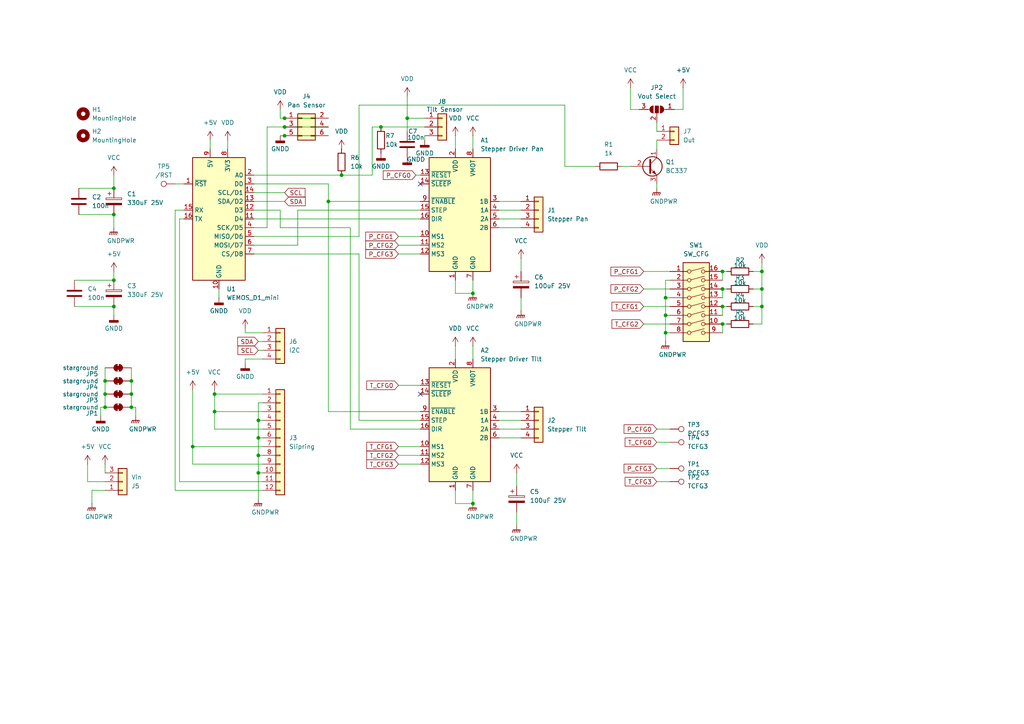
<source format=kicad_sch>
(kicad_sch (version 20231120) (generator "eeschema") (generator_version "8.0")
  (paper "A4")
  (lib_symbols
    (symbol "Connector:TestPoint" (pin_numbers hide) (pin_names (offset 0.762) hide)
      (property "Reference" "TP" (at 0 6.858 0))
      (property "Value" "TestPoint" (at 0 5.08 0))
      (symbol "TestPoint_1_1"
        (pin passive line (at 0 0 90) (length 2.54) (name "1") (number "1"))
      )
    )
    (symbol "Connector_Generic:Conn_01x02" (pin_names (offset 1.016) hide)
      (property "Reference" "J" (at 0 2.54 0))
      (property "Value" "Conn_01x02" (at 0 -5.08 0))
      (symbol "Conn_01x02_1_1"
        (pin passive line (at -5.08 0 0) (length 3.81) (name "Pin_1") (number "1"))
        (pin passive line (at -5.08 -2.54 0) (length 3.81) (name "Pin_2") (number "2"))
      )
    )
    (symbol "Connector_Generic:Conn_01x03" (pin_names (offset 1.016) hide)
      (property "Reference" "J" (at 0 5.08 0))
      (property "Value" "Conn_01x03" (at 0 -5.08 0))
      (symbol "Conn_01x03_1_1"
        (pin passive line (at -5.08 2.54 0) (length 3.81) (name "Pin_1") (number "1"))
        (pin passive line (at -5.08 0 0) (length 3.81) (name "Pin_2") (number "2"))
        (pin passive line (at -5.08 -2.54 0) (length 3.81) (name "Pin_3") (number "3"))
      )
    )
    (symbol "Connector_Generic:Conn_01x04" (pin_names (offset 1.016) hide)
      (property "Reference" "J" (at 0 5.08 0))
      (property "Value" "Conn_01x04" (at 0 -7.62 0))
      (symbol "Conn_01x04_1_1"
        (pin passive line (at -5.08 2.54 0) (length 3.81) (name "Pin_1") (number "1"))
        (pin passive line (at -5.08 0 0) (length 3.81) (name "Pin_2") (number "2"))
        (pin passive line (at -5.08 -2.54 0) (length 3.81) (name "Pin_3") (number "3"))
        (pin passive line (at -5.08 -5.08 0) (length 3.81) (name "Pin_4") (number "4"))
      )
    )
    (symbol "Connector_Generic:Conn_01x12" (pin_names (offset 1.016) hide)
      (property "Reference" "J" (at 0 15.24 0))
      (property "Value" "Conn_01x12" (at 0 -17.78 0))
      (symbol "Conn_01x12_1_1"
        (pin passive line (at -5.08 12.7 0) (length 3.81) (name "Pin_1") (number "1"))
        (pin passive line (at -5.08 -10.16 0) (length 3.81) (name "Pin_10") (number "10"))
        (pin passive line (at -5.08 -12.7 0) (length 3.81) (name "Pin_11") (number "11"))
        (pin passive line (at -5.08 -15.24 0) (length 3.81) (name "Pin_12") (number "12"))
        (pin passive line (at -5.08 10.16 0) (length 3.81) (name "Pin_2") (number "2"))
        (pin passive line (at -5.08 7.62 0) (length 3.81) (name "Pin_3") (number "3"))
        (pin passive line (at -5.08 5.08 0) (length 3.81) (name "Pin_4") (number "4"))
        (pin passive line (at -5.08 2.54 0) (length 3.81) (name "Pin_5") (number "5"))
        (pin passive line (at -5.08 0 0) (length 3.81) (name "Pin_6") (number "6"))
        (pin passive line (at -5.08 -2.54 0) (length 3.81) (name "Pin_7") (number "7"))
        (pin passive line (at -5.08 -5.08 0) (length 3.81) (name "Pin_8") (number "8"))
        (pin passive line (at -5.08 -7.62 0) (length 3.81) (name "Pin_9") (number "9"))
      )
    )
    (symbol "Connector_Generic:Conn_02x03_Odd_Even" (pin_names (offset 1.016) hide)
      (property "Reference" "J" (at 1.27 5.08 0))
      (property "Value" "Conn_02x03_Odd_Even" (at 1.27 -5.08 0))
      (symbol "Conn_02x03_Odd_Even_1_1"
        (pin passive line (at -5.08 2.54 0) (length 3.81) (name "Pin_1") (number "1"))
        (pin passive line (at 7.62 2.54 180) (length 3.81) (name "Pin_2") (number "2"))
        (pin passive line (at -5.08 0 0) (length 3.81) (name "Pin_3") (number "3"))
        (pin passive line (at 7.62 0 180) (length 3.81) (name "Pin_4") (number "4"))
        (pin passive line (at -5.08 -2.54 0) (length 3.81) (name "Pin_5") (number "5"))
        (pin passive line (at 7.62 -2.54 180) (length 3.81) (name "Pin_6") (number "6"))
      )
    )
    (symbol "Device:C" (pin_numbers hide) (pin_names (offset 0.254))
      (property "Reference" "C" (at 0.635 2.54 0))
      (property "Value" "C" (at 0.635 -2.54 0))
      (symbol "C_1_1"
        (pin passive line (at 0 3.81 270) (length 2.794) (name "~") (number "1"))
        (pin passive line (at 0 -3.81 90) (length 2.794) (name "~") (number "2"))
      )
    )
    (symbol "Device:C_Polarized" (pin_numbers hide) (pin_names (offset 0.254))
      (property "Reference" "C" (at 0.635 2.54 0))
      (property "Value" "C_Polarized" (at 0.635 -2.54 0))
      (symbol "C_Polarized_1_1"
        (pin passive line (at 0 3.81 270) (length 2.794) (name "~") (number "1"))
        (pin passive line (at 0 -3.81 90) (length 2.794) (name "~") (number "2"))
      )
    )
    (symbol "Device:R" (pin_numbers hide) (pin_names (offset 0))
      (property "Reference" "R" (at 2.032 0 90))
      (property "Value" "R" (at 0 0 90))
      (symbol "R_1_1"
        (pin passive line (at 0 3.81 270) (length 1.27) (name "~") (number "1"))
        (pin passive line (at 0 -3.81 90) (length 1.27) (name "~") (number "2"))
      )
    )
    (symbol "Driver_Motor:Pololu_Breakout_A4988"
      (property "Reference" "A" (at -2.54 19.05 0))
      (property "Value" "Pololu_Breakout_A4988" (at -2.54 16.51 0))
      (symbol "Pololu_Breakout_A4988_1_1"
        (pin power_in line (at 0 -20.32 90) (length 2.54) (name "GND") (number "1"))
        (pin input line (at -10.16 -7.62 0) (length 2.54) (name "MS1") (number "10"))
        (pin input line (at -10.16 -10.16 0) (length 2.54) (name "MS2") (number "11"))
        (pin input line (at -10.16 -12.7 0) (length 2.54) (name "MS3") (number "12"))
        (pin input line (at -10.16 10.16 0) (length 2.54) (name "~{RESET}") (number "13"))
        (pin input line (at -10.16 7.62 0) (length 2.54) (name "~{SLEEP}") (number "14"))
        (pin input line (at -10.16 0 0) (length 2.54) (name "STEP") (number "15"))
        (pin input line (at -10.16 -2.54 0) (length 2.54) (name "DIR") (number "16"))
        (pin power_in line (at 0 17.78 270) (length 2.54) (name "VDD") (number "2"))
        (pin output line (at 12.7 2.54 180) (length 2.54) (name "1B") (number "3"))
        (pin output line (at 12.7 0 180) (length 2.54) (name "1A") (number "4"))
        (pin output line (at 12.7 -2.54 180) (length 2.54) (name "2A") (number "5"))
        (pin output line (at 12.7 -5.08 180) (length 2.54) (name "2B") (number "6"))
        (pin power_in line (at 5.08 -20.32 90) (length 2.54) (name "GND") (number "7"))
        (pin power_in line (at 5.08 17.78 270) (length 2.54) (name "VMOT") (number "8"))
        (pin input line (at -10.16 2.54 0) (length 2.54) (name "~{ENABLE}") (number "9"))
      )
    )
    (symbol "Jumper:SolderJumper_2_Bridged" (pin_numbers hide) (pin_names (offset 0) hide) (exclude_from_sim yes) (in_bom no)
      (property "Reference" "JP" (at 0 2.032 0))
      (property "Value" "SolderJumper_2_Bridged" (at 0 -2.54 0))
      (symbol "SolderJumper_2_Bridged_1_1"
        (pin passive line (at -3.81 0 0) (length 2.54) (name "A") (number "1"))
        (pin passive line (at 3.81 0 180) (length 2.54) (name "B") (number "2"))
      )
    )
    (symbol "Jumper:SolderJumper_3_Open" (pin_names (offset 0) hide) (exclude_from_sim yes) (in_bom no)
      (property "Reference" "JP" (at -2.54 -2.54 0))
      (property "Value" "SolderJumper_3_Open" (at 0 2.794 0))
      (symbol "SolderJumper_3_Open_1_1"
        (pin passive line (at -5.08 0 0) (length 2.54) (name "A") (number "1"))
        (pin passive line (at 0 -3.81 90) (length 2.54) (name "C") (number "2"))
        (pin passive line (at 5.08 0 180) (length 2.54) (name "B") (number "3"))
      )
    )
    (symbol "Mechanical:MountingHole" (pin_names (offset 1.016)) (exclude_from_sim yes) (in_bom no)
      (property "Reference" "H" (at 0 5.08 0))
      (property "Value" "MountingHole" (at 0 3.175 0))
    )
    (symbol "RF_Module:WEMOS_D1_mini"
      (property "Reference" "U" (at 3.81 19.05 0))
      (property "Value" "WEMOS_D1_mini" (at 1.27 -19.05 0))
      (symbol "WEMOS_D1_mini_1_1"
        (pin input line (at -10.16 10.16 0) (length 2.54) (name "~{RST}") (number "1"))
        (pin power_in line (at 0 -20.32 90) (length 2.54) (name "GND") (number "10"))
        (pin bidirectional line (at 10.16 0 180) (length 2.54) (name "D4") (number "11"))
        (pin bidirectional line (at 10.16 2.54 180) (length 2.54) (name "D3") (number "12"))
        (pin bidirectional line (at 10.16 5.08 180) (length 2.54) (name "SDA/D2") (number "13"))
        (pin bidirectional line (at 10.16 7.62 180) (length 2.54) (name "SCL/D1") (number "14"))
        (pin input line (at -10.16 2.54 0) (length 2.54) (name "RX") (number "15"))
        (pin output line (at -10.16 0 0) (length 2.54) (name "TX") (number "16"))
        (pin input line (at 10.16 12.7 180) (length 2.54) (name "A0") (number "2"))
        (pin bidirectional line (at 10.16 10.16 180) (length 2.54) (name "D0") (number "3"))
        (pin bidirectional line (at 10.16 -2.54 180) (length 2.54) (name "SCK/D5") (number "4"))
        (pin bidirectional line (at 10.16 -5.08 180) (length 2.54) (name "MISO/D6") (number "5"))
        (pin bidirectional line (at 10.16 -7.62 180) (length 2.54) (name "MOSI/D7") (number "6"))
        (pin bidirectional line (at 10.16 -10.16 180) (length 2.54) (name "CS/D8") (number "7"))
        (pin power_out line (at 2.54 20.32 270) (length 2.54) (name "3V3") (number "8"))
        (pin power_in line (at -2.54 20.32 270) (length 2.54) (name "5V") (number "9"))
      )
    )
    (symbol "Switch:SW_DIP_x08" (pin_names (offset 0) hide)
      (property "Reference" "SW" (at 0 13.97 0))
      (property "Value" "SW_DIP_x08" (at 0 -11.43 0))
      (symbol "SW_DIP_x08_1_1"
        (pin passive line (at -7.62 10.16 0) (length 5.08) (name "~") (number "1"))
        (pin passive line (at 7.62 -5.08 180) (length 5.08) (name "~") (number "10"))
        (pin passive line (at 7.62 -2.54 180) (length 5.08) (name "~") (number "11"))
        (pin passive line (at 7.62 0 180) (length 5.08) (name "~") (number "12"))
        (pin passive line (at 7.62 2.54 180) (length 5.08) (name "~") (number "13"))
        (pin passive line (at 7.62 5.08 180) (length 5.08) (name "~") (number "14"))
        (pin passive line (at 7.62 7.62 180) (length 5.08) (name "~") (number "15"))
        (pin passive line (at 7.62 10.16 180) (length 5.08) (name "~") (number "16"))
        (pin passive line (at -7.62 7.62 0) (length 5.08) (name "~") (number "2"))
        (pin passive line (at -7.62 5.08 0) (length 5.08) (name "~") (number "3"))
        (pin passive line (at -7.62 2.54 0) (length 5.08) (name "~") (number "4"))
        (pin passive line (at -7.62 0 0) (length 5.08) (name "~") (number "5"))
        (pin passive line (at -7.62 -2.54 0) (length 5.08) (name "~") (number "6"))
        (pin passive line (at -7.62 -5.08 0) (length 5.08) (name "~") (number "7"))
        (pin passive line (at -7.62 -7.62 0) (length 5.08) (name "~") (number "8"))
        (pin passive line (at 7.62 -7.62 180) (length 5.08) (name "~") (number "9"))
      )
    )
    (symbol "Transistor_BJT:BC337" (pin_names (offset 0) hide)
      (property "Reference" "Q" (at 5.08 1.905 0))
      (property "Value" "BC337" (at 5.08 0 0))
      (symbol "BC337_1_1"
        (pin passive line (at 2.54 5.08 270) (length 2.54) (name "C") (number "1"))
        (pin input line (at -5.08 0 0) (length 5.08) (name "B") (number "2"))
        (pin passive line (at 2.54 -5.08 90) (length 2.54) (name "E") (number "3"))
      )
    )
    (symbol "power:+5V" (power) (pin_numbers hide) (pin_names (offset 0) hide)
      (property "Value" "+5V" (at 0 3.556 0))
      (symbol "+5V_1_1"
        (pin power_in line (at 0 0 90) (length 0) (name "~") (number "1"))
      )
    )
    (symbol "power:GNDD" (power) (pin_numbers hide) (pin_names (offset 0) hide)
      (property "Value" "GNDD" (at 0 -3.175 0))
      (symbol "GNDD_1_1"
        (pin power_in line (at 0 0 270) (length 0) (name "~") (number "1"))
      )
    )
    (symbol "power:GNDPWR" (power) (pin_numbers hide) (pin_names (offset 0) hide)
      (property "Value" "GNDPWR" (at 0 -3.302 0))
      (symbol "GNDPWR_1_1"
        (pin power_in line (at 0 0 270) (length 0) (name "~") (number "1"))
      )
    )
    (symbol "power:VCC" (power) (pin_numbers hide) (pin_names (offset 0) hide)
      (property "Value" "VCC" (at 0 3.556 0))
      (symbol "VCC_1_1"
        (pin power_in line (at 0 0 90) (length 0) (name "~") (number "1"))
      )
    )
    (symbol "power:VDD" (power) (pin_numbers hide) (pin_names (offset 0) hide)
      (property "Value" "VDD" (at 0 3.556 0))
      (symbol "VDD_1_1"
        (pin power_in line (at 0 0 90) (length 0) (name "~") (number "1"))
      )
    )
  )
  (junction (at 118.11 34.29))
  (junction (at 62.23 119.38))
  (junction (at 33.02 54.61))
  (junction (at 33.02 81.28))
  (junction (at 193.04 86.36))
  (junction (at 82.55 34.29))
  (junction (at 30.48 114.3))
  (junction (at 209.55 88.9))
  (junction (at 74.93 121.92))
  (junction (at 74.93 127))
  (junction (at 55.88 129.54))
  (junction (at 110.49 36.83))
  (junction (at 220.98 88.9))
  (junction (at 209.55 93.98))
  (junction (at 30.48 110.49))
  (junction (at 38.1 118.11))
  (junction (at 95.25 58.42))
  (junction (at 62.23 114.3))
  (junction (at 209.55 78.74))
  (junction (at 82.55 36.83))
  (junction (at 74.93 137.16))
  (junction (at 137.16 85.09))
  (junction (at 38.1 114.3))
  (junction (at 220.98 78.74))
  (junction (at 74.93 132.08))
  (junction (at 82.55 39.37))
  (junction (at 193.04 96.52))
  (junction (at 38.1 110.49))
  (junction (at 137.16 146.05))
  (junction (at 99.06 50.8))
  (junction (at 209.55 83.82))
  (junction (at 220.98 83.82))
  (junction (at 33.02 88.9))
  (junction (at 33.02 62.23))
  (junction (at 30.48 118.11))
  (junction (at 193.04 91.44))
  (no_connect (at 121.92 53.34))
  (no_connect (at 121.92 114.3))
  (wire (pts (xy 132.08 100.33) (xy 132.08 104.14)))
  (wire (pts (xy 62.23 113.03) (xy 62.23 114.3)))
  (wire (pts (xy 110.49 36.83) (xy 123.19 36.83)))
  (wire (pts (xy 209.55 78.74) (xy 210.82 78.74)))
  (wire (pts (xy 115.57 111.76) (xy 121.92 111.76)))
  (wire (pts (xy 30.48 114.3) (xy 30.48 118.11)))
  (wire (pts (xy 190.5 53.34) (xy 190.5 54.61)))
  (wire (pts (xy 74.93 116.84) (xy 74.93 121.92)))
  (wire (pts (xy 73.66 71.12) (xy 86.36 71.12)))
  (wire (pts (xy 121.92 60.96) (xy 86.36 60.96)))
  (wire (pts (xy 115.57 129.54) (xy 121.92 129.54)))
  (wire (pts (xy 144.78 119.38) (xy 151.13 119.38)))
  (wire (pts (xy 144.78 60.96) (xy 151.13 60.96)))
  (wire (pts (xy 190.5 35.56) (xy 190.5 38.1)))
  (wire (pts (xy 137.16 100.33) (xy 137.16 104.14)))
  (wire (pts (xy 77.47 66.04) (xy 77.47 36.83)))
  (wire (pts (xy 186.69 93.98) (xy 194.31 93.98)))
  (wire (pts (xy 73.66 73.66) (xy 104.14 73.66)))
  (wire (pts (xy 193.04 86.36) (xy 194.31 86.36)))
  (wire (pts (xy 132.08 81.28) (xy 132.08 85.09)))
  (wire (pts (xy 218.44 88.9) (xy 220.98 88.9)))
  (wire (pts (xy 29.21 118.11) (xy 30.48 118.11)))
  (wire (pts (xy 115.57 73.66) (xy 121.92 73.66)))
  (wire (pts (xy 74.93 137.16) (xy 76.2 137.16)))
  (wire (pts (xy 30.48 110.49) (xy 30.48 114.3)))
  (wire (pts (xy 74.93 101.6) (xy 76.2 101.6)))
  (wire (pts (xy 104.14 30.48) (xy 104.14 68.58)))
  (wire (pts (xy 137.16 142.24) (xy 137.16 146.05)))
  (wire (pts (xy 22.86 62.23) (xy 33.02 62.23)))
  (wire (pts (xy 144.78 66.04) (xy 151.13 66.04)))
  (wire (pts (xy 30.48 106.68) (xy 30.48 110.49)))
  (wire (pts (xy 118.11 27.94) (xy 118.11 34.29)))
  (wire (pts (xy 76.2 96.52) (xy 71.12 96.52)))
  (wire (pts (xy 73.66 53.34) (xy 95.25 53.34)))
  (wire (pts (xy 209.55 93.98) (xy 210.82 93.98)))
  (wire (pts (xy 38.1 106.68) (xy 38.1 110.49)))
  (wire (pts (xy 38.1 110.49) (xy 38.1 114.3)))
  (wire (pts (xy 190.5 40.64) (xy 190.5 43.18)))
  (wire (pts (xy 144.78 127) (xy 151.13 127)))
  (wire (pts (xy 81.28 60.96) (xy 73.66 60.96)))
  (wire (pts (xy 74.93 132.08) (xy 76.2 132.08)))
  (wire (pts (xy 209.55 88.9) (xy 210.82 88.9)))
  (wire (pts (xy 52.07 63.5) (xy 52.07 139.7)))
  (wire (pts (xy 25.4 139.7) (xy 25.4 134.62)))
  (wire (pts (xy 82.55 39.37) (xy 95.25 39.37)))
  (wire (pts (xy 186.69 78.74) (xy 194.31 78.74)))
  (wire (pts (xy 209.55 93.98) (xy 209.55 96.52)))
  (wire (pts (xy 107.95 36.83) (xy 107.95 50.8)))
  (wire (pts (xy 76.2 116.84) (xy 74.93 116.84)))
  (wire (pts (xy 110.49 36.83) (xy 107.95 36.83)))
  (wire (pts (xy 195.58 31.75) (xy 198.12 31.75)))
  (wire (pts (xy 62.23 114.3) (xy 76.2 114.3)))
  (wire (pts (xy 101.6 124.46) (xy 101.6 66.04)))
  (wire (pts (xy 104.14 68.58) (xy 73.66 68.58)))
  (wire (pts (xy 132.08 146.05) (xy 137.16 146.05)))
  (wire (pts (xy 137.16 81.28) (xy 137.16 85.09)))
  (wire (pts (xy 193.04 91.44) (xy 193.04 86.36)))
  (wire (pts (xy 95.25 58.42) (xy 121.92 58.42)))
  (wire (pts (xy 30.48 134.62) (xy 30.48 137.16)))
  (wire (pts (xy 193.04 99.06) (xy 193.04 96.52)))
  (wire (pts (xy 55.88 113.03) (xy 55.88 129.54)))
  (wire (pts (xy 99.06 50.8) (xy 107.95 50.8)))
  (wire (pts (xy 218.44 83.82) (xy 220.98 83.82)))
  (wire (pts (xy 81.28 34.29) (xy 82.55 34.29)))
  (wire (pts (xy 118.11 34.29) (xy 123.19 34.29)))
  (wire (pts (xy 33.02 78.74) (xy 33.02 81.28)))
  (wire (pts (xy 53.34 63.5) (xy 52.07 63.5)))
  (wire (pts (xy 144.78 121.92) (xy 151.13 121.92)))
  (wire (pts (xy 209.55 78.74) (xy 209.55 81.28)))
  (wire (pts (xy 95.25 53.34) (xy 95.25 58.42)))
  (wire (pts (xy 50.8 53.34) (xy 53.34 53.34)))
  (wire (pts (xy 71.12 96.52) (xy 71.12 95.25)))
  (wire (pts (xy 74.93 132.08) (xy 74.93 137.16)))
  (wire (pts (xy 198.12 31.75) (xy 198.12 25.4)))
  (wire (pts (xy 76.2 104.14) (xy 71.12 104.14)))
  (wire (pts (xy 190.5 124.46) (xy 194.31 124.46)))
  (wire (pts (xy 81.28 31.75) (xy 81.28 34.29)))
  (wire (pts (xy 132.08 142.24) (xy 132.08 146.05)))
  (wire (pts (xy 115.57 71.12) (xy 121.92 71.12)))
  (wire (pts (xy 30.48 139.7) (xy 25.4 139.7)))
  (wire (pts (xy 39.37 118.11) (xy 39.37 120.65)))
  (wire (pts (xy 74.93 99.06) (xy 76.2 99.06)))
  (wire (pts (xy 123.19 39.37) (xy 123.19 40.64)))
  (wire (pts (xy 151.13 74.93) (xy 151.13 78.74)))
  (wire (pts (xy 55.88 129.54) (xy 76.2 129.54)))
  (wire (pts (xy 33.02 88.9) (xy 33.02 91.44)))
  (wire (pts (xy 86.36 71.12) (xy 86.36 60.96)))
  (wire (pts (xy 33.02 62.23) (xy 33.02 66.04)))
  (wire (pts (xy 132.08 39.37) (xy 132.08 43.18)))
  (wire (pts (xy 38.1 114.3) (xy 38.1 118.11)))
  (wire (pts (xy 193.04 91.44) (xy 194.31 91.44)))
  (wire (pts (xy 76.2 124.46) (xy 62.23 124.46)))
  (wire (pts (xy 193.04 96.52) (xy 193.04 91.44)))
  (wire (pts (xy 121.92 124.46) (xy 101.6 124.46)))
  (wire (pts (xy 71.12 104.14) (xy 71.12 105.41)))
  (wire (pts (xy 55.88 134.62) (xy 76.2 134.62)))
  (wire (pts (xy 22.86 54.61) (xy 33.02 54.61)))
  (wire (pts (xy 172.72 48.26) (xy 163.83 48.26)))
  (wire (pts (xy 38.1 118.11) (xy 39.37 118.11)))
  (wire (pts (xy 137.16 39.37) (xy 137.16 43.18)))
  (wire (pts (xy 104.14 73.66) (xy 104.14 121.92)))
  (wire (pts (xy 29.21 120.65) (xy 29.21 118.11)))
  (wire (pts (xy 104.14 121.92) (xy 121.92 121.92)))
  (wire (pts (xy 81.28 39.37) (xy 82.55 39.37)))
  (wire (pts (xy 95.25 119.38) (xy 95.25 58.42)))
  (wire (pts (xy 220.98 76.2) (xy 220.98 78.74)))
  (wire (pts (xy 73.66 58.42) (xy 82.55 58.42)))
  (wire (pts (xy 118.11 34.29) (xy 118.11 38.1)))
  (wire (pts (xy 151.13 86.36) (xy 151.13 90.17)))
  (wire (pts (xy 209.55 83.82) (xy 210.82 83.82)))
  (wire (pts (xy 50.8 60.96) (xy 53.34 60.96)))
  (wire (pts (xy 209.55 88.9) (xy 209.55 91.44)))
  (wire (pts (xy 149.86 148.59) (xy 149.86 152.4)))
  (wire (pts (xy 220.98 78.74) (xy 220.98 83.82)))
  (wire (pts (xy 115.57 134.62) (xy 121.92 134.62)))
  (wire (pts (xy 104.14 30.48) (xy 163.83 30.48)))
  (wire (pts (xy 186.69 83.82) (xy 194.31 83.82)))
  (wire (pts (xy 190.5 128.27) (xy 194.31 128.27)))
  (wire (pts (xy 163.83 48.26) (xy 163.83 30.48)))
  (wire (pts (xy 66.04 40.64) (xy 66.04 43.18)))
  (wire (pts (xy 30.48 142.24) (xy 26.67 142.24)))
  (wire (pts (xy 74.93 121.92) (xy 76.2 121.92)))
  (wire (pts (xy 82.55 36.83) (xy 95.25 36.83)))
  (wire (pts (xy 144.78 63.5) (xy 151.13 63.5)))
  (wire (pts (xy 81.28 66.04) (xy 81.28 60.96)))
  (wire (pts (xy 193.04 81.28) (xy 194.31 81.28)))
  (wire (pts (xy 95.25 119.38) (xy 121.92 119.38)))
  (wire (pts (xy 55.88 129.54) (xy 55.88 134.62)))
  (wire (pts (xy 52.07 139.7) (xy 76.2 139.7)))
  (wire (pts (xy 62.23 124.46) (xy 62.23 119.38)))
  (wire (pts (xy 120.65 50.8) (xy 121.92 50.8)))
  (wire (pts (xy 209.55 83.82) (xy 209.55 86.36)))
  (wire (pts (xy 63.5 83.82) (xy 63.5 86.36)))
  (wire (pts (xy 180.34 48.26) (xy 182.88 48.26)))
  (wire (pts (xy 182.88 31.75) (xy 185.42 31.75)))
  (wire (pts (xy 220.98 88.9) (xy 220.98 93.98)))
  (wire (pts (xy 74.93 137.16) (xy 74.93 144.78)))
  (wire (pts (xy 50.8 142.24) (xy 50.8 60.96)))
  (wire (pts (xy 73.66 55.88) (xy 82.55 55.88)))
  (wire (pts (xy 21.59 88.9) (xy 33.02 88.9)))
  (wire (pts (xy 74.93 127) (xy 74.93 132.08)))
  (wire (pts (xy 186.69 88.9) (xy 194.31 88.9)))
  (wire (pts (xy 62.23 119.38) (xy 62.23 114.3)))
  (wire (pts (xy 193.04 96.52) (xy 194.31 96.52)))
  (wire (pts (xy 33.02 50.8) (xy 33.02 54.61)))
  (wire (pts (xy 220.98 83.82) (xy 220.98 88.9)))
  (wire (pts (xy 77.47 36.83) (xy 82.55 36.83)))
  (wire (pts (xy 190.5 135.89) (xy 194.31 135.89)))
  (wire (pts (xy 115.57 68.58) (xy 121.92 68.58)))
  (wire (pts (xy 220.98 93.98) (xy 218.44 93.98)))
  (wire (pts (xy 149.86 137.16) (xy 149.86 140.97)))
  (wire (pts (xy 74.93 127) (xy 76.2 127)))
  (wire (pts (xy 73.66 50.8) (xy 99.06 50.8)))
  (wire (pts (xy 144.78 58.42) (xy 151.13 58.42)))
  (wire (pts (xy 82.55 34.29) (xy 95.25 34.29)))
  (wire (pts (xy 60.96 40.64) (xy 60.96 43.18)))
  (wire (pts (xy 62.23 119.38) (xy 76.2 119.38)))
  (wire (pts (xy 76.2 142.24) (xy 50.8 142.24)))
  (wire (pts (xy 74.93 121.92) (xy 74.93 127)))
  (wire (pts (xy 190.5 139.7) (xy 194.31 139.7)))
  (wire (pts (xy 193.04 86.36) (xy 193.04 81.28)))
  (wire (pts (xy 73.66 63.5) (xy 121.92 63.5)))
  (wire (pts (xy 132.08 85.09) (xy 137.16 85.09)))
  (wire (pts (xy 21.59 81.28) (xy 33.02 81.28)))
  (wire (pts (xy 115.57 132.08) (xy 121.92 132.08)))
  (wire (pts (xy 26.67 142.24) (xy 26.67 146.05)))
  (wire (pts (xy 182.88 25.4) (xy 182.88 31.75)))
  (wire (pts (xy 144.78 124.46) (xy 151.13 124.46)))
  (wire (pts (xy 73.66 66.04) (xy 77.47 66.04)))
  (wire (pts (xy 218.44 78.74) (xy 220.98 78.74)))
  (wire (pts (xy 101.6 66.04) (xy 81.28 66.04)))
  (global_label "P_CFG3" (shape input) (at 190.5 135.89 180) (property "Intersheetrefs" "${INTERSHEET_REFS}" (effects (hide yes))))
  (global_label "P_CFG1" (shape input) (at 115.57 68.58 180) (property "Intersheetrefs" "${INTERSHEET_REFS}" (effects (hide yes))))
  (global_label "P_CFG3" (shape input) (at 115.57 73.66 180) (property "Intersheetrefs" "${INTERSHEET_REFS}" (effects (hide yes))))
  (global_label "T_CFG2" (shape input) (at 186.69 93.98 180) (property "Intersheetrefs" "${INTERSHEET_REFS}" (effects (hide yes))))
  (global_label "SCL" (shape input) (at 74.93 101.6 180) (property "Intersheetrefs" "${INTERSHEET_REFS}" (effects (hide yes))))
  (global_label "T_CFG2" (shape input) (at 115.57 132.08 180) (property "Intersheetrefs" "${INTERSHEET_REFS}" (effects (hide yes))))
  (global_label "P_CFG0" (shape input) (at 190.5 124.46 180) (property "Intersheetrefs" "${INTERSHEET_REFS}" (effects (hide yes))))
  (global_label "T_CFG0" (shape input) (at 115.57 111.76 180) (property "Intersheetrefs" "${INTERSHEET_REFS}" (effects (hide yes))))
  (global_label "T_CFG1" (shape input) (at 186.69 88.9 180) (property "Intersheetrefs" "${INTERSHEET_REFS}" (effects (hide yes))))
  (global_label "T_CFG0" (shape input) (at 190.5 128.27 180) (property "Intersheetrefs" "${INTERSHEET_REFS}" (effects (hide yes))))
  (global_label "SCL" (shape input) (at 82.55 55.88 0) (property "Intersheetrefs" "${INTERSHEET_REFS}" (effects (hide yes))))
  (global_label "P_CFG1" (shape input) (at 186.69 78.74 180) (property "Intersheetrefs" "${INTERSHEET_REFS}" (effects (hide yes))))
  (global_label "T_CFG3" (shape input) (at 115.57 134.62 180) (property "Intersheetrefs" "${INTERSHEET_REFS}" (effects (hide yes))))
  (global_label "T_CFG1" (shape input) (at 115.57 129.54 180) (property "Intersheetrefs" "${INTERSHEET_REFS}" (effects (hide yes))))
  (global_label "T_CFG3" (shape input) (at 190.5 139.7 180) (property "Intersheetrefs" "${INTERSHEET_REFS}" (effects (hide yes))))
  (global_label "P_CFG2" (shape input) (at 115.57 71.12 180) (property "Intersheetrefs" "${INTERSHEET_REFS}" (effects (hide yes))))
  (global_label "P_CFG0" (shape input) (at 120.65 50.8 180) (property "Intersheetrefs" "${INTERSHEET_REFS}" (effects (hide yes))))
  (global_label "SDA" (shape input) (at 82.55 58.42 0) (property "Intersheetrefs" "${INTERSHEET_REFS}" (effects (hide yes))))
  (global_label "SDA" (shape input) (at 74.93 99.06 180) (property "Intersheetrefs" "${INTERSHEET_REFS}" (effects (hide yes))))
  (global_label "P_CFG2" (shape input) (at 186.69 83.82 180) (property "Intersheetrefs" "${INTERSHEET_REFS}" (effects (hide yes))))
  (symbol (lib_id "Device:R") (at 214.63 88.9 90) (unit 1)
    (property "Reference" "R4" (at 214.63 85.598 90))
    (property "Value" "10k" (at 214.63 87.122 90))
    (property "Footprint" "Resistor_SMD:R_0805_2012Metric_Pad1.20x1.40mm_HandSolder" (effects (hide yes)))
    (property "Description" "Resistor" (effects (hide yes)))
  )
  (symbol (lib_id "Jumper:SolderJumper_2_Bridged") (at 34.29 106.68 0) (unit 1) (exclude_from_sim yes) (in_bom no)
    (property "Reference" "JP5" (at 26.67 108.458 0))
    (property "Value" "starground" (at 23.368 106.68 0))
    (property "Footprint" "Jumper:SolderJumper-2_P1.3mm_Bridged_Pad1.0x1.5mm" (effects (hide yes)))
    (property "Description" "Solder Jumper, 2-pole, closed/bridged" (effects (hide yes)))
  )
  (symbol (lib_id "power:VDD") (at 132.08 39.37 0) (unit 1)
    (property "Reference" "#PWR06" (effects (hide yes)))
    (property "Value" "VDD" (at 132.08 34.29 0))
    (property "Description" "Power symbol creates a global label with name \"VDD\"" (effects (hide yes)))
  )
  (symbol (lib_id "power:VCC") (at 151.13 74.93 0) (unit 1)
    (property "Reference" "#PWR035" (effects (hide yes)))
    (property "Value" "VCC" (at 151.13 69.85 0))
    (property "Description" "Power symbol creates a global label with name \"VCC\"" (effects (hide yes)))
  )
  (symbol (lib_id "power:GNDPWR") (at 193.04 99.06 0) (unit 1)
    (property "Reference" "#PWR027" (effects (hide yes)))
    (property "Value" "GNDPWR" (at 195.072 102.87 0))
    (property "Description" "Power symbol creates a global label with name \"GNDPWR\" , global ground" (effects (hide yes)))
  )
  (symbol (lib_id "power:GNDPWR") (at 137.16 146.05 0) (unit 1)
    (property "Reference" "#PWR010" (effects (hide yes)))
    (property "Value" "GNDPWR" (at 139.192 149.86 0))
    (property "Description" "Power symbol creates a global label with name \"GNDPWR\" , global ground" (effects (hide yes)))
  )
  (symbol (lib_id "power:GNDD") (at 123.19 40.64 0) (unit 1)
    (property "Reference" "#PWR025" (effects (hide yes)))
    (property "Value" "GNDD" (at 123.19 44.45 0))
    (property "Description" "Power symbol creates a global label with name \"GNDD\" , digital ground" (effects (hide yes)))
  )
  (symbol (lib_id "power:VDD") (at 66.04 40.64 0) (unit 1)
    (property "Reference" "#PWR05" (effects (hide yes)))
    (property "Value" "VDD" (at 66.04 35.56 0))
    (property "Description" "Power symbol creates a global label with name \"VDD\"" (effects (hide yes)))
  )
  (symbol (lib_id "power:VCC") (at 149.86 137.16 0) (unit 1)
    (property "Reference" "#PWR033" (effects (hide yes)))
    (property "Value" "VCC" (at 149.86 132.08 0))
    (property "Description" "Power symbol creates a global label with name \"VCC\"" (effects (hide yes)))
  )
  (symbol (lib_id "power:GNDD") (at 118.11 45.72 0) (unit 1)
    (property "Reference" "#PWR039" (effects (hide yes)))
    (property "Value" "GNDD" (at 120.65 46.228 0))
    (property "Description" "Power symbol creates a global label with name \"GNDD\" , digital ground" (effects (hide yes)))
  )
  (symbol (lib_id "Connector_Generic:Conn_01x04") (at 156.21 121.92 0) (unit 1)
    (property "Reference" "J2" (at 158.75 121.9199 0) (effects (justify left)))
    (property "Value" "Stepper Tilt" (at 158.75 124.4599 0) (effects (justify left)))
    (property "Footprint" "Connector_Molex:Molex_PicoBlade_53261-0471_1x04-1MP_P1.25mm_Horizontal" (effects (hide yes)))
    (property "Description" "Generic connector, single row, 01x04, script generated (kicad-library-utils/schlib/autogen/connector/)" (effects (hide yes)))
  )
  (symbol (lib_id "Device:C_Polarized") (at 33.02 58.42 0) (unit 1)
    (property "Reference" "C1" (at 36.83 56.2609 0) (effects (justify left)))
    (property "Value" "330uF 25V" (at 36.83 58.8009 0) (effects (justify left)))
    (property "Footprint" "Capacitor_SMD:CP_Elec_6.3x7.7" (effects (hide yes)))
    (property "Description" "Polarized capacitor" (effects (hide yes)))
  )
  (symbol (lib_id "power:+5V") (at 198.12 25.4 0) (unit 1)
    (property "Reference" "#PWR023" (effects (hide yes)))
    (property "Value" "+5V" (at 198.12 20.32 0))
    (property "Description" "Power symbol creates a global label with name \"+5V\"" (effects (hide yes)))
  )
  (symbol (lib_id "power:GNDD") (at 71.12 105.41 0) (unit 1)
    (property "Reference" "#PWR020" (effects (hide yes)))
    (property "Value" "GNDD" (at 71.12 109.22 0))
    (property "Description" "Power symbol creates a global label with name \"GNDD\" , digital ground" (effects (hide yes)))
  )
  (symbol (lib_id "power:GNDPWR") (at 33.02 66.04 0) (unit 1)
    (property "Reference" "#PWR029" (effects (hide yes)))
    (property "Value" "GNDPWR" (at 35.052 69.85 0))
    (property "Description" "Power symbol creates a global label with name \"GNDPWR\" , global ground" (effects (hide yes)))
  )
  (symbol (lib_id "Connector:TestPoint") (at 194.31 128.27 270) (unit 1)
    (property "Reference" "TP4" (at 199.39 126.9999 90) (effects (justify left)))
    (property "Value" "TCFG3" (at 199.39 129.5399 90) (effects (justify left)))
    (property "Footprint" "TestPoint:TestPoint_Pad_D1.0mm" (effects (hide yes)))
    (property "Description" "test point" (effects (hide yes)))
  )
  (symbol (lib_id "power:VDD") (at 118.11 27.94 0) (unit 1)
    (property "Reference" "#PWR026" (effects (hide yes)))
    (property "Value" "VDD" (at 118.11 22.86 0))
    (property "Description" "Power symbol creates a global label with name \"VDD\"" (effects (hide yes)))
  )
  (symbol (lib_id "power:GNDD") (at 33.02 91.44 0) (unit 1)
    (property "Reference" "#PWR032" (effects (hide yes)))
    (property "Value" "GNDD" (at 33.02 95.25 0))
    (property "Description" "Power symbol creates a global label with name \"GNDD\" , digital ground" (effects (hide yes)))
  )
  (symbol (lib_id "Mechanical:MountingHole") (at 24.13 33.02 0) (unit 1) (exclude_from_sim yes) (in_bom no)
    (property "Reference" "H1" (at 26.67 31.7499 0) (effects (justify left)))
    (property "Value" "MountingHole" (at 26.67 34.2899 0) (effects (justify left)))
    (property "Footprint" "MountingHole:MountingHole_3.2mm_M3" (effects (hide yes)))
    (property "Description" "Mounting Hole without connection" (effects (hide yes)))
  )
  (symbol (lib_id "Jumper:SolderJumper_3_Open") (at 190.5 31.75 0) (mirror y) (unit 1) (exclude_from_sim yes) (in_bom no)
    (property "Reference" "JP2" (at 190.5 25.4 0))
    (property "Value" "Vout Select" (at 190.5 27.94 0))
    (property "Footprint" "Connector_PinHeader_2.54mm:PinHeader_1x03_P2.54mm_Horizontal" (effects (hide yes)))
    (property "Description" "Solder Jumper, 3-pole, open" (effects (hide yes)))
  )
  (symbol (lib_id "Device:R") (at 214.63 83.82 90) (unit 1)
    (property "Reference" "R3" (at 214.63 80.518 90))
    (property "Value" "10k" (at 214.63 82.042 90))
    (property "Footprint" "Resistor_SMD:R_0805_2012Metric_Pad1.20x1.40mm_HandSolder" (effects (hide yes)))
    (property "Description" "Resistor" (effects (hide yes)))
  )
  (symbol (lib_id "Device:R") (at 176.53 48.26 90) (unit 1)
    (property "Reference" "R1" (at 176.53 41.91 90))
    (property "Value" "1k" (at 176.53 44.45 90))
    (property "Footprint" "Resistor_SMD:R_0805_2012Metric_Pad1.20x1.40mm_HandSolder" (effects (hide yes)))
    (property "Description" "Resistor" (effects (hide yes)))
  )
  (symbol (lib_id "Transistor_BJT:BC337") (at 187.96 48.26 0) (unit 1)
    (property "Reference" "Q1" (at 193.04 46.9899 0) (effects (justify left)))
    (property "Value" "BC337" (at 193.04 49.5299 0) (effects (justify left)))
    (property "Footprint" "Package_TO_SOT_THT:TO-92_Inline" (effects (hide yes)))
    (property "Datasheet" "https://diotec.com/tl_files/diotec/files/pdf/datasheets/bc337.pdf" (effects (hide yes)))
    (property "Description" "0.8A Ic, 45V Vce, NPN Transistor, TO-92" (effects (hide yes)))
  )
  (symbol (lib_id "Connector_Generic:Conn_01x04") (at 81.28 99.06 0) (unit 1)
    (property "Reference" "J6" (at 83.82 99.0599 0) (effects (justify left)))
    (property "Value" "I2C" (at 83.82 101.5999 0) (effects (justify left)))
    (property "Footprint" "Connector_JST:JST_XH_S4B-XH-A-1_1x04_P2.50mm_Horizontal" (effects (hide yes)))
    (property "Description" "Generic connector, single row, 01x04, script generated (kicad-library-utils/schlib/autogen/connector/)" (effects (hide yes)))
  )
  (symbol (lib_id "power:GNDD") (at 81.28 39.37 0) (unit 1)
    (property "Reference" "#PWR011" (effects (hide yes)))
    (property "Value" "GNDD" (at 81.28 43.18 0))
    (property "Description" "Power symbol creates a global label with name \"GNDD\" , digital ground" (effects (hide yes)))
  )
  (symbol (lib_id "Connector_Generic:Conn_01x12") (at 81.28 127 0) (unit 1)
    (property "Reference" "J3" (at 83.82 126.9999 0) (effects (justify left)))
    (property "Value" "Slipring" (at 83.82 129.5399 0) (effects (justify left)))
    (property "Footprint" "Connector_Molex:Molex_PicoBlade_53261-1271_1x12-1MP_P1.25mm_Horizontal" (effects (hide yes)))
    (property "Description" "Generic connector, single row, 01x12, script generated (kicad-library-utils/schlib/autogen/connector/)" (effects (hide yes)))
  )
  (symbol (lib_id "Driver_Motor:Pololu_Breakout_A4988") (at 132.08 121.92 0) (unit 1)
    (property "Reference" "A2" (at 139.3541 101.6 0) (effects (justify left)))
    (property "Value" "Stepper Driver Tilt" (at 139.3541 104.14 0) (effects (justify left)))
    (property "Footprint" "Module:Pololu_Breakout-16_15.2x20.3mm" (effects (hide yes)))
    (property "Datasheet" "https://www.pololu.com/product/2980/pictures" (effects (hide yes)))
    (property "Description" "Pololu Breakout Board, Stepper Driver A4988" (effects (hide yes)))
  )
  (symbol (lib_id "Connector_Generic:Conn_01x03") (at 128.27 36.83 0) (unit 1)
    (property "Reference" "J8" (at 127 29.464 0) (effects (justify left)))
    (property "Value" "Tilt Sensor" (at 123.698 31.75 0) (effects (justify left)))
    (property "Footprint" "Connector_JST:JST_XH_S3B-XH-A-1_1x03_P2.50mm_Horizontal" (effects (hide yes)))
    (property "Description" "Generic connector, single row, 01x03, script generated (kicad-library-utils/schlib/autogen/connector/)" (effects (hide yes)))
  )
  (symbol (lib_id "Device:C_Polarized") (at 149.86 144.78 0) (unit 1)
    (property "Reference" "C5" (at 153.67 142.6209 0) (effects (justify left)))
    (property "Value" "100uF 25V" (at 153.67 145.1609 0) (effects (justify left)))
    (property "Footprint" "Capacitor_SMD:CP_Elec_6.3x7.7" (effects (hide yes)))
    (property "Description" "Polarized capacitor" (effects (hide yes)))
  )
  (symbol (lib_id "Connector:TestPoint") (at 50.8 53.34 90) (unit 1)
    (property "Reference" "TP5" (at 47.498 48.26 90))
    (property "Value" "/RST" (at 47.498 50.8 90))
    (property "Footprint" "TestPoint:TestPoint_Pad_D1.0mm" (effects (hide yes)))
    (property "Description" "test point" (effects (hide yes)))
  )
  (symbol (lib_id "Device:R") (at 214.63 93.98 90) (unit 1)
    (property "Reference" "R5" (at 214.63 90.678 90))
    (property "Value" "10k" (at 214.63 92.202 90))
    (property "Footprint" "Resistor_SMD:R_0805_2012Metric_Pad1.20x1.40mm_HandSolder" (effects (hide yes)))
    (property "Description" "Resistor" (effects (hide yes)))
  )
  (symbol (lib_id "power:+5V") (at 55.88 113.03 0) (unit 1)
    (property "Reference" "#PWR012" (effects (hide yes)))
    (property "Value" "+5V" (at 55.88 107.95 0))
    (property "Description" "Power symbol creates a global label with name \"+5V\"" (effects (hide yes)))
  )
  (symbol (lib_id "power:+5V") (at 60.96 40.64 0) (unit 1)
    (property "Reference" "#PWR04" (effects (hide yes)))
    (property "Value" "+5V" (at 60.96 35.56 0))
    (property "Description" "Power symbol creates a global label with name \"+5V\"" (effects (hide yes)))
  )
  (symbol (lib_id "power:GNDD") (at 110.49 44.45 0) (unit 1)
    (property "Reference" "#PWR038" (effects (hide yes)))
    (property "Value" "GNDD" (at 110.49 48.26 0))
    (property "Description" "Power symbol creates a global label with name \"GNDD\" , digital ground" (effects (hide yes)))
  )
  (symbol (lib_id "power:GNDPWR") (at 149.86 152.4 0) (unit 1)
    (property "Reference" "#PWR034" (effects (hide yes)))
    (property "Value" "GNDPWR" (at 151.892 156.21 0))
    (property "Description" "Power symbol creates a global label with name \"GNDPWR\" , global ground" (effects (hide yes)))
  )
  (symbol (lib_id "power:GNDPWR") (at 190.5 54.61 0) (unit 1)
    (property "Reference" "#PWR022" (effects (hide yes)))
    (property "Value" "GNDPWR" (at 192.532 58.42 0))
    (property "Description" "Power symbol creates a global label with name \"GNDPWR\" , global ground" (effects (hide yes)))
  )
  (symbol (lib_id "power:VCC") (at 137.16 39.37 0) (unit 1)
    (property "Reference" "#PWR07" (effects (hide yes)))
    (property "Value" "VCC" (at 137.16 34.29 0))
    (property "Description" "Power symbol creates a global label with name \"VCC\"" (effects (hide yes)))
  )
  (symbol (lib_id "Connector:TestPoint") (at 194.31 139.7 270) (unit 1)
    (property "Reference" "TP2" (at 199.39 138.4299 90) (effects (justify left)))
    (property "Value" "TCFG3" (at 199.39 140.9699 90) (effects (justify left)))
    (property "Footprint" "TestPoint:TestPoint_Pad_D1.0mm" (effects (hide yes)))
    (property "Description" "test point" (effects (hide yes)))
  )
  (symbol (lib_id "Device:C") (at 21.59 85.09 0) (unit 1)
    (property "Reference" "C4" (at 25.4 83.8199 0) (effects (justify left)))
    (property "Value" "100n" (at 25.4 86.3599 0) (effects (justify left)))
    (property "Footprint" "Capacitor_SMD:C_0805_2012Metric_Pad1.18x1.45mm_HandSolder" (effects (hide yes)))
    (property "Description" "Unpolarized capacitor" (effects (hide yes)))
  )
  (symbol (lib_id "Device:R") (at 214.63 78.74 90) (unit 1)
    (property "Reference" "R2" (at 214.63 75.438 90))
    (property "Value" "10k" (at 214.63 76.962 90))
    (property "Footprint" "Resistor_SMD:R_0805_2012Metric_Pad1.20x1.40mm_HandSolder" (effects (hide yes)))
    (property "Description" "Resistor" (effects (hide yes)))
  )
  (symbol (lib_id "Device:R") (at 110.49 40.64 0) (unit 1)
    (property "Reference" "R7" (at 111.76 39.37 0) (effects (justify left)))
    (property "Value" "10k" (at 111.76 41.91 0) (effects (justify left)))
    (property "Footprint" "Resistor_SMD:R_0805_2012Metric_Pad1.20x1.40mm_HandSolder" (effects (hide yes)))
    (property "Description" "Resistor" (effects (hide yes)))
  )
  (symbol (lib_id "power:VCC") (at 62.23 113.03 0) (unit 1)
    (property "Reference" "#PWR08" (effects (hide yes)))
    (property "Value" "VCC" (at 62.23 107.95 0))
    (property "Description" "Power symbol creates a global label with name \"VCC\"" (effects (hide yes)))
  )
  (symbol (lib_id "Jumper:SolderJumper_2_Bridged") (at 34.29 110.49 0) (unit 1) (exclude_from_sim yes) (in_bom no)
    (property "Reference" "JP4" (at 26.67 112.268 0))
    (property "Value" "starground" (at 23.368 110.49 0))
    (property "Footprint" "Jumper:SolderJumper-2_P1.3mm_Bridged_Pad1.0x1.5mm" (effects (hide yes)))
    (property "Description" "Solder Jumper, 2-pole, closed/bridged" (effects (hide yes)))
  )
  (symbol (lib_id "Device:C") (at 118.11 41.91 0) (unit 1)
    (property "Reference" "C7" (at 118.364 38.1 0) (effects (justify left)))
    (property "Value" "100n" (at 118.11 39.878 0) (effects (justify left)))
    (property "Footprint" "Capacitor_SMD:C_0805_2012Metric_Pad1.18x1.45mm_HandSolder" (effects (hide yes)))
    (property "Description" "Unpolarized capacitor" (effects (hide yes)))
  )
  (symbol (lib_id "power:VDD") (at 71.12 95.25 0) (unit 1)
    (property "Reference" "#PWR021" (effects (hide yes)))
    (property "Value" "VDD" (at 71.12 90.17 0))
    (property "Description" "Power symbol creates a global label with name \"VDD\"" (effects (hide yes)))
  )
  (symbol (lib_id "Connector_Generic:Conn_01x04") (at 156.21 60.96 0) (unit 1)
    (property "Reference" "J1" (at 158.75 60.9599 0) (effects (justify left)))
    (property "Value" "Stepper Pan" (at 158.75 63.4999 0) (effects (justify left)))
    (property "Footprint" "Connector_Molex:Molex_PicoBlade_53261-0471_1x04-1MP_P1.25mm_Horizontal" (effects (hide yes)))
    (property "Description" "Generic connector, single row, 01x04, script generated (kicad-library-utils/schlib/autogen/connector/)" (effects (hide yes)))
  )
  (symbol (lib_id "power:VDD") (at 99.06 43.18 0) (unit 1)
    (property "Reference" "#PWR037" (effects (hide yes)))
    (property "Value" "VDD" (at 99.06 38.1 0))
    (property "Description" "Power symbol creates a global label with name \"VDD\"" (effects (hide yes)))
  )
  (symbol (lib_id "power:VDD") (at 81.28 31.75 0) (unit 1)
    (property "Reference" "#PWR019" (effects (hide yes)))
    (property "Value" "VDD" (at 81.28 26.67 0))
    (property "Description" "Power symbol creates a global label with name \"VDD\"" (effects (hide yes)))
  )
  (symbol (lib_id "power:+5V") (at 25.4 134.62 0) (unit 1)
    (property "Reference" "#PWR016" (effects (hide yes)))
    (property "Value" "+5V" (at 25.4 129.54 0))
    (property "Description" "Power symbol creates a global label with name \"+5V\"" (effects (hide yes)))
  )
  (symbol (lib_id "power:GNDPWR") (at 26.67 146.05 0) (unit 1)
    (property "Reference" "#PWR018" (effects (hide yes)))
    (property "Value" "GNDPWR" (at 28.702 149.86 0))
    (property "Description" "Power symbol creates a global label with name \"GNDPWR\" , global ground" (effects (hide yes)))
  )
  (symbol (lib_id "power:VCC") (at 33.02 50.8 0) (unit 1)
    (property "Reference" "#PWR030" (effects (hide yes)))
    (property "Value" "VCC" (at 33.02 45.72 0))
    (property "Description" "Power symbol creates a global label with name \"VCC\"" (effects (hide yes)))
  )
  (symbol (lib_id "power:VDD") (at 220.98 76.2 0) (unit 1)
    (property "Reference" "#PWR028" (effects (hide yes)))
    (property "Value" "VDD" (at 220.98 71.12 0))
    (property "Description" "Power symbol creates a global label with name \"VDD\"" (effects (hide yes)))
  )
  (symbol (lib_id "Device:C_Polarized") (at 151.13 82.55 0) (unit 1)
    (property "Reference" "C6" (at 154.94 80.3909 0) (effects (justify left)))
    (property "Value" "100uF 25V" (at 154.94 82.9309 0) (effects (justify left)))
    (property "Footprint" "Capacitor_SMD:CP_Elec_6.3x7.7" (effects (hide yes)))
    (property "Description" "Polarized capacitor" (effects (hide yes)))
  )
  (symbol (lib_id "Device:R") (at 99.06 46.99 0) (unit 1)
    (property "Reference" "R6" (at 101.6 45.7199 0) (effects (justify left)))
    (property "Value" "10k" (at 101.6 48.2599 0) (effects (justify left)))
    (property "Footprint" "Resistor_SMD:R_0805_2012Metric_Pad1.20x1.40mm_HandSolder" (effects (hide yes)))
    (property "Description" "Resistor" (effects (hide yes)))
  )
  (symbol (lib_id "power:VCC") (at 182.88 25.4 0) (unit 1)
    (property "Reference" "#PWR024" (effects (hide yes)))
    (property "Value" "VCC" (at 182.88 20.32 0))
    (property "Description" "Power symbol creates a global label with name \"VCC\"" (effects (hide yes)))
  )
  (symbol (lib_id "Connector_Generic:Conn_02x03_Odd_Even") (at 87.63 36.83 0) (unit 1)
    (property "Reference" "J4" (at 88.9 27.94 0))
    (property "Value" "Pan Sensor" (at 88.9 30.48 0))
    (property "Footprint" "Connector_PinSocket_2.54mm:PinSocket_2x03_P2.54mm_Vertical" (effects (hide yes)))
    (property "Description" "Generic connector, double row, 02x03, odd/even pin numbering scheme (row 1 odd numbers, row 2 even numbers), script generated (kicad-library-utils/schlib/autogen/connector/)" (effects (hide yes)))
  )
  (symbol (lib_id "RF_Module:WEMOS_D1_mini") (at 63.5 63.5 0) (unit 1)
    (property "Reference" "U1" (at 65.6941 83.82 0) (effects (justify left)))
    (property "Value" "WEMOS_D1_mini" (at 65.6941 86.36 0) (effects (justify left)))
    (property "Footprint" "RF_Module:WEMOS_D1_mini_light" (effects (hide yes)))
    (property "Datasheet" "https://wiki.wemos.cc/products:d1:d1_mini#documentation" (effects (hide yes)))
    (property "Description" "32-bit microcontroller module with WiFi" (effects (hide yes)))
  )
  (symbol (lib_id "power:GNDPWR") (at 74.93 144.78 0) (unit 1)
    (property "Reference" "#PWR014" (effects (hide yes)))
    (property "Value" "GNDPWR" (at 76.962 148.59 0))
    (property "Description" "Power symbol creates a global label with name \"GNDPWR\" , global ground" (effects (hide yes)))
  )
  (symbol (lib_id "Jumper:SolderJumper_2_Bridged") (at 34.29 118.11 0) (unit 1) (exclude_from_sim yes) (in_bom no)
    (property "Reference" "JP1" (at 26.67 119.888 0))
    (property "Value" "starground" (at 23.368 118.11 0))
    (property "Footprint" "Jumper:SolderJumper-2_P1.3mm_Bridged_Pad1.0x1.5mm" (effects (hide yes)))
    (property "Description" "Solder Jumper, 2-pole, closed/bridged" (effects (hide yes)))
  )
  (symbol (lib_id "power:VCC") (at 30.48 134.62 0) (unit 1)
    (property "Reference" "#PWR017" (effects (hide yes)))
    (property "Value" "VCC" (at 30.48 129.54 0))
    (property "Description" "Power symbol creates a global label with name \"VCC\"" (effects (hide yes)))
  )
  (symbol (lib_id "power:GNDPWR") (at 137.16 85.09 0) (unit 1)
    (property "Reference" "#PWR03" (effects (hide yes)))
    (property "Value" "GNDPWR" (at 139.192 88.9 0))
    (property "Description" "Power symbol creates a global label with name \"GNDPWR\" , global ground" (effects (hide yes)))
  )
  (symbol (lib_id "Device:C_Polarized") (at 33.02 85.09 0) (unit 1)
    (property "Reference" "C3" (at 36.83 82.9309 0) (effects (justify left)))
    (property "Value" "330uF 25V" (at 36.83 85.4709 0) (effects (justify left)))
    (property "Footprint" "Capacitor_SMD:CP_Elec_6.3x7.7" (effects (hide yes)))
    (property "Description" "Polarized capacitor" (effects (hide yes)))
  )
  (symbol (lib_id "Switch:SW_DIP_x08") (at 201.93 88.9 0) (unit 1)
    (property "Reference" "SW1" (at 201.93 71.12 0))
    (property "Value" "SW_CFG" (at 201.93 73.66 0))
    (property "Footprint" "Button_Switch_SMD:DIP_Switch_8_2.54_wide" (effects (hide yes)))
    (property "Description" "8x DIP Switch, Single Pole Single Throw (SPST) switch, small symbol" (effects (hide yes)))
  )
  (symbol (lib_id "Device:C") (at 22.86 58.42 0) (unit 1)
    (property "Reference" "C2" (at 26.67 57.1499 0) (effects (justify left)))
    (property "Value" "100n" (at 26.67 59.6899 0) (effects (justify left)))
    (property "Footprint" "Capacitor_SMD:C_0805_2012Metric_Pad1.18x1.45mm_HandSolder" (effects (hide yes)))
    (property "Description" "Unpolarized capacitor" (effects (hide yes)))
  )
  (symbol (lib_id "power:VDD") (at 132.08 100.33 0) (unit 1)
    (property "Reference" "#PWR02" (effects (hide yes)))
    (property "Value" "VDD" (at 132.08 95.25 0))
    (property "Description" "Power symbol creates a global label with name \"VDD\"" (effects (hide yes)))
  )
  (symbol (lib_id "Connector:TestPoint") (at 194.31 135.89 270) (unit 1)
    (property "Reference" "TP1" (at 199.39 134.6199 90) (effects (justify left)))
    (property "Value" "PCFG3" (at 199.39 137.1599 90) (effects (justify left)))
    (property "Footprint" "TestPoint:TestPoint_Pad_D1.0mm" (effects (hide yes)))
    (property "Description" "test point" (effects (hide yes)))
  )
  (symbol (lib_id "power:GNDPWR") (at 39.37 120.65 0) (unit 1)
    (property "Reference" "#PWR015" (effects (hide yes)))
    (property "Value" "GNDPWR" (at 41.402 124.46 0))
    (property "Description" "Power symbol creates a global label with name \"GNDPWR\" , global ground" (effects (hide yes)))
  )
  (symbol (lib_id "power:+5V") (at 33.02 78.74 0) (unit 1)
    (property "Reference" "#PWR031" (effects (hide yes)))
    (property "Value" "+5V" (at 33.02 73.66 0))
    (property "Description" "Power symbol creates a global label with name \"+5V\"" (effects (hide yes)))
  )
  (symbol (lib_id "Connector_Generic:Conn_01x02") (at 195.58 38.1 0) (unit 1)
    (property "Reference" "J7" (at 198.12 38.0999 0) (effects (justify left)))
    (property "Value" "Out" (at 198.12 40.6399 0) (effects (justify left)))
    (property "Footprint" "Connector_JST:JST_XH_S2B-XH-A-1_1x02_P2.50mm_Horizontal" (effects (hide yes)))
    (property "Description" "Generic connector, single row, 01x02, script generated (kicad-library-utils/schlib/autogen/connector/)" (effects (hide yes)))
  )
  (symbol (lib_id "Mechanical:MountingHole") (at 24.13 39.37 0) (unit 1) (exclude_from_sim yes) (in_bom no)
    (property "Reference" "H2" (at 26.67 38.0999 0) (effects (justify left)))
    (property "Value" "MountingHole" (at 26.67 40.6399 0) (effects (justify left)))
    (property "Footprint" "MountingHole:MountingHole_3.2mm_M3" (effects (hide yes)))
    (property "Description" "Mounting Hole without connection" (effects (hide yes)))
  )
  (symbol (lib_id "Driver_Motor:Pololu_Breakout_A4988") (at 132.08 60.96 0) (unit 1)
    (property "Reference" "A1" (at 139.3541 40.64 0) (effects (justify left)))
    (property "Value" "Stepper Driver Pan" (at 139.3541 43.18 0) (effects (justify left)))
    (property "Footprint" "Module:Pololu_Breakout-16_15.2x20.3mm" (effects (hide yes)))
    (property "Datasheet" "https://www.pololu.com/product/2980/pictures" (effects (hide yes)))
    (property "Description" "Pololu Breakout Board, Stepper Driver A4988" (effects (hide yes)))
  )
  (symbol (lib_id "Connector_Generic:Conn_01x03") (at 35.56 139.7 0) (mirror x) (unit 1)
    (property "Reference" "J5" (at 38.1 140.9701 0) (effects (justify left)))
    (property "Value" "Vin" (at 38.1 138.4301 0) (effects (justify left)))
    (property "Footprint" "Connector_JST:JST_XH_S3B-XH-A-1_1x03_P2.50mm_Horizontal" (effects (hide yes)))
    (property "Description" "Generic connector, single row, 01x03, script generated (kicad-library-utils/schlib/autogen/connector/)" (effects (hide yes)))
  )
  (symbol (lib_id "power:GNDD") (at 29.21 120.65 0) (unit 1)
    (property "Reference" "#PWR013" (effects (hide yes)))
    (property "Value" "GNDD" (at 29.21 124.46 0))
    (property "Description" "Power symbol creates a global label with name \"GNDD\" , digital ground" (effects (hide yes)))
  )
  (symbol (lib_id "Connector:TestPoint") (at 194.31 124.46 270) (unit 1)
    (property "Reference" "TP3" (at 199.39 123.1899 90) (effects (justify left)))
    (property "Value" "PCFG3" (at 199.39 125.7299 90) (effects (justify left)))
    (property "Footprint" "TestPoint:TestPoint_Pad_D1.0mm" (effects (hide yes)))
    (property "Description" "test point" (effects (hide yes)))
  )
  (symbol (lib_id "power:GNDD") (at 63.5 86.36 0) (unit 1)
    (property "Reference" "#PWR01" (effects (hide yes)))
    (property "Value" "GNDD" (at 63.5 90.17 0))
    (property "Description" "Power symbol creates a global label with name \"GNDD\" , digital ground" (effects (hide yes)))
  )
  (symbol (lib_id "power:VCC") (at 137.16 100.33 0) (unit 1)
    (property "Reference" "#PWR09" (effects (hide yes)))
    (property "Value" "VCC" (at 137.16 95.25 0))
    (property "Description" "Power symbol creates a global label with name \"VCC\"" (effects (hide yes)))
  )
  (symbol (lib_id "Jumper:SolderJumper_2_Bridged") (at 34.29 114.3 0) (unit 1) (exclude_from_sim yes) (in_bom no)
    (property "Reference" "JP3" (at 26.67 116.078 0))
    (property "Value" "starground" (at 23.368 114.3 0))
    (property "Footprint" "Jumper:SolderJumper-2_P1.3mm_Bridged_Pad1.0x1.5mm" (effects (hide yes)))
    (property "Description" "Solder Jumper, 2-pole, closed/bridged" (effects (hide yes)))
  )
  (symbol (lib_id "power:GNDPWR") (at 151.13 90.17 0) (unit 1)
    (property "Reference" "#PWR036" (effects (hide yes)))
    (property "Value" "GNDPWR" (at 153.162 93.98 0))
    (property "Description" "Power symbol creates a global label with name \"GNDPWR\" , global ground" (effects (hide yes)))
  )
)
</source>
